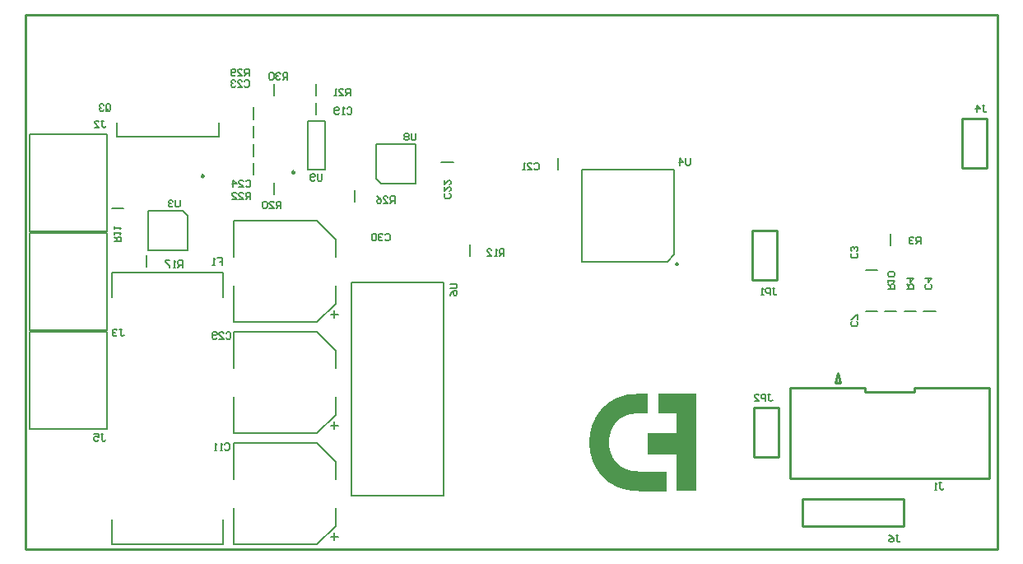
<source format=gbo>
G04*
G04 #@! TF.GenerationSoftware,Altium Limited,Altium Designer,22.2.1 (43)*
G04*
G04 Layer_Color=32896*
%FSLAX43Y43*%
%MOMM*%
G71*
G04*
G04 #@! TF.SameCoordinates,4727E17F-0EAD-4C76-84FB-9B022A49384D*
G04*
G04*
G04 #@! TF.FilePolarity,Positive*
G04*
G01*
G75*
%ADD10C,2.000*%
%ADD11C,0.250*%
%ADD12C,0.254*%
%ADD13C,0.150*%
%ADD14C,0.200*%
%ADD16R,2.000X10.000*%
%ADD17R,3.000X2.000*%
%ADD18R,4.445X2.270*%
%ADD19R,1.000X2.000*%
%ADD20R,3.000X2.000*%
D10*
X63000Y15000D02*
G03*
X63000Y7000I0J-4000D01*
G01*
D11*
X18345Y38370D02*
G03*
X18345Y38370I-125J0D01*
G01*
X27675Y38765D02*
G03*
X27675Y38765I-125J0D01*
G01*
D12*
X67100Y29330D02*
G03*
X67100Y29330I-100J0D01*
G01*
X96350Y39243D02*
X98890D01*
Y44323D01*
X96350D02*
X98890D01*
X96350Y39243D02*
Y44323D01*
X83312Y17145D02*
X83820D01*
X83566Y18161D02*
X83820Y17145D01*
X83312D02*
X83566Y18161D01*
X78650Y7315D02*
Y16615D01*
Y7315D02*
X99150D01*
Y16615D01*
X78650D02*
X86360D01*
X91440D02*
X99150D01*
X86360Y16145D02*
Y16615D01*
Y16145D02*
X91440D01*
Y16615D01*
X74760Y32766D02*
X77300D01*
X74760Y27686D02*
Y32766D01*
Y27686D02*
X77300D01*
Y32766D01*
X74930Y14605D02*
X77470D01*
X74930Y9525D02*
Y14605D01*
Y9525D02*
X77470D01*
Y14605D01*
X79883Y2413D02*
Y5207D01*
Y2413D02*
X90297D01*
X79883Y5207D02*
X90297D01*
Y2413D02*
Y5207D01*
X-0Y-0D02*
X100000D01*
X-0D02*
Y55000D01*
X100000D01*
Y-0D02*
Y55000D01*
D13*
X57250Y29580D02*
Y39080D01*
X66750D01*
X57250Y29580D02*
X66000D01*
X66750Y30330D01*
Y39080D01*
X29970Y515D02*
X31870Y2415D01*
X21420Y515D02*
X29970D01*
X31870Y2415D02*
Y4215D01*
X21420Y515D02*
Y4215D01*
X31770Y915D02*
Y1715D01*
X31370Y1315D02*
X32170D01*
X21420Y7215D02*
Y10915D01*
X31870Y7215D02*
Y9015D01*
X21420Y10915D02*
X29970D01*
X31870Y9015D01*
X8890Y25924D02*
Y28464D01*
X20320D01*
Y25924D02*
Y28464D01*
X8890Y524D02*
Y3064D01*
Y524D02*
X20320D01*
Y3064D01*
X29970Y22345D02*
X31870Y20445D01*
X21420Y22345D02*
X29970D01*
X31870Y18645D02*
Y20445D01*
X21420Y18645D02*
Y22345D01*
X31370Y12745D02*
X32170D01*
X31770Y12345D02*
Y13145D01*
X21420Y11945D02*
Y15645D01*
X31870Y13845D02*
Y15645D01*
X21420Y11945D02*
X29970D01*
X31870Y13845D01*
X16637Y30763D02*
Y34319D01*
X16129Y34827D02*
X16637Y34319D01*
X12573Y34827D02*
X16129D01*
X12573Y30763D02*
X16637D01*
X12573D02*
Y34827D01*
X29970Y33775D02*
X31870Y31875D01*
X21420Y33775D02*
X29970D01*
X31870Y30075D02*
Y31875D01*
X21420Y30075D02*
Y33775D01*
X31370Y24175D02*
X32170D01*
X31770Y23775D02*
Y24575D01*
X21420Y23375D02*
Y27075D01*
X31870Y25275D02*
Y27075D01*
X21420Y23375D02*
X29970D01*
X31870Y25275D01*
X40110Y37583D02*
Y41647D01*
X36046D02*
X40110D01*
X36554Y37583D02*
X40110D01*
X36046Y38091D02*
X36554Y37583D01*
X36046Y38091D02*
Y41647D01*
D14*
X33510Y5480D02*
Y27430D01*
X42960D01*
Y5480D02*
Y27430D01*
X33510Y5480D02*
X42960D01*
X45670Y30170D02*
Y31370D01*
X29836Y46635D02*
Y47835D01*
X25518Y46635D02*
Y47835D01*
X23474Y44245D02*
Y45445D01*
X12421Y29020D02*
Y30220D01*
X8900Y35081D02*
X10100D01*
X19855Y42470D02*
Y43870D01*
X9355Y42470D02*
X19855D01*
X9355D02*
Y43870D01*
X92400Y24500D02*
X93600D01*
X90400D02*
X91600D01*
X86400D02*
X87600D01*
X88400D02*
X89600D01*
X88984Y31266D02*
Y32466D01*
X86400Y28691D02*
X87600D01*
X42778Y39845D02*
X43978D01*
X54770Y39016D02*
Y40216D01*
X407Y12337D02*
Y22340D01*
Y12337D02*
X408Y12336D01*
X8407D01*
Y22344D01*
X8404Y22340D02*
X8407Y22344D01*
X407Y22340D02*
X8404D01*
X407Y22497D02*
Y32500D01*
Y22497D02*
X408Y22496D01*
X8407D01*
Y32504D01*
X8404Y32500D02*
X8407Y32504D01*
X407Y32500D02*
X8404D01*
X407Y32657D02*
Y42660D01*
Y32657D02*
X408Y32656D01*
X8407D01*
Y42664D01*
X8404Y42660D02*
X8407Y42664D01*
X407Y42660D02*
X8404D01*
X29836Y44730D02*
Y45930D01*
X25518Y36475D02*
Y37675D01*
X23474Y42340D02*
Y43540D01*
Y40435D02*
Y41635D01*
Y38519D02*
Y39718D01*
X29050Y39020D02*
Y44020D01*
X30850Y39020D02*
Y44020D01*
X29050Y39020D02*
X30850D01*
X29050Y44020D02*
X30850D01*
X33862Y35745D02*
Y36945D01*
X20610Y22225D02*
X20727Y22342D01*
X20960D01*
X21077Y22225D01*
Y21759D01*
X20960Y21642D01*
X20727D01*
X20610Y21759D01*
X19911Y21642D02*
X20377D01*
X19911Y22109D01*
Y22225D01*
X20027Y22342D01*
X20261D01*
X20377Y22225D01*
X19677Y21759D02*
X19561Y21642D01*
X19328D01*
X19211Y21759D01*
Y22225D01*
X19328Y22342D01*
X19561D01*
X19677Y22225D01*
Y22109D01*
X19561Y21992D01*
X19211D01*
X36998Y32333D02*
X37115Y32450D01*
X37348D01*
X37465Y32333D01*
Y31867D01*
X37348Y31750D01*
X37115D01*
X36998Y31867D01*
X36765Y32333D02*
X36649Y32450D01*
X36415D01*
X36299Y32333D01*
Y32217D01*
X36415Y32100D01*
X36532D01*
X36415D01*
X36299Y31983D01*
Y31867D01*
X36415Y31750D01*
X36649D01*
X36765Y31867D01*
X36065Y32333D02*
X35949Y32450D01*
X35716D01*
X35599Y32333D01*
Y31867D01*
X35716Y31750D01*
X35949D01*
X36065Y31867D01*
Y32333D01*
X98423Y45658D02*
X98657D01*
X98540D01*
Y45075D01*
X98657Y44958D01*
X98773D01*
X98890Y45075D01*
X97840Y44958D02*
Y45658D01*
X98190Y45308D01*
X97724D01*
X26919Y48312D02*
Y49012D01*
X26569D01*
X26452Y48895D01*
Y48662D01*
X26569Y48545D01*
X26919D01*
X26686D02*
X26452Y48312D01*
X26219Y48895D02*
X26103Y49012D01*
X25869D01*
X25753Y48895D01*
Y48779D01*
X25869Y48662D01*
X25986D01*
X25869D01*
X25753Y48545D01*
Y48429D01*
X25869Y48312D01*
X26103D01*
X26219Y48429D01*
X25519Y48895D02*
X25403Y49012D01*
X25170D01*
X25053Y48895D01*
Y48429D01*
X25170Y48312D01*
X25403D01*
X25519Y48429D01*
Y48895D01*
X22982Y48693D02*
Y49393D01*
X22632D01*
X22515Y49276D01*
Y49043D01*
X22632Y48926D01*
X22982D01*
X22749D02*
X22515Y48693D01*
X21816D02*
X22282D01*
X21816Y49160D01*
Y49276D01*
X21932Y49393D01*
X22166D01*
X22282Y49276D01*
X21582Y48810D02*
X21466Y48693D01*
X21233D01*
X21116Y48810D01*
Y49276D01*
X21233Y49393D01*
X21466D01*
X21582Y49276D01*
Y49160D01*
X21466Y49043D01*
X21116D01*
X33396Y46661D02*
Y47361D01*
X33046D01*
X32929Y47244D01*
Y47011D01*
X33046Y46894D01*
X33396D01*
X33163D02*
X32929Y46661D01*
X32230D02*
X32696D01*
X32230Y47128D01*
Y47244D01*
X32346Y47361D01*
X32580D01*
X32696Y47244D01*
X31996Y46661D02*
X31763D01*
X31880D01*
Y47361D01*
X31996Y47244D01*
X85503Y23443D02*
X85620Y23326D01*
Y23093D01*
X85503Y22976D01*
X85037D01*
X84920Y23093D01*
Y23326D01*
X85037Y23443D01*
X85620Y23676D02*
Y24142D01*
X85503D01*
X85037Y23676D01*
X84920D01*
X93123Y27253D02*
X93240Y27136D01*
Y26903D01*
X93123Y26786D01*
X92657D01*
X92540Y26903D01*
Y27136D01*
X92657Y27253D01*
X92540Y27836D02*
X93240D01*
X92890Y27486D01*
Y27952D01*
X85503Y30428D02*
X85620Y30311D01*
Y30078D01*
X85503Y29961D01*
X85037D01*
X84920Y30078D01*
Y30311D01*
X85037Y30428D01*
X85503Y30661D02*
X85620Y30777D01*
Y31011D01*
X85503Y31127D01*
X85387D01*
X85270Y31011D01*
Y30894D01*
Y31011D01*
X85153Y31127D01*
X85037D01*
X84920Y31011D01*
Y30777D01*
X85037Y30661D01*
X52315Y39608D02*
X52432Y39725D01*
X52665D01*
X52782Y39608D01*
Y39142D01*
X52665Y39025D01*
X52432D01*
X52315Y39142D01*
X51616Y39025D02*
X52082D01*
X51616Y39492D01*
Y39608D01*
X51732Y39725D01*
X51966D01*
X52082Y39608D01*
X51382Y39025D02*
X51149D01*
X51266D01*
Y39725D01*
X51382Y39608D01*
X30475Y38598D02*
Y38015D01*
X30358Y37898D01*
X30125D01*
X30008Y38015D01*
Y38598D01*
X29775Y38015D02*
X29659Y37898D01*
X29425D01*
X29309Y38015D01*
Y38481D01*
X29425Y38598D01*
X29659D01*
X29775Y38481D01*
Y38365D01*
X29659Y38248D01*
X29309D01*
X40127Y42789D02*
Y42206D01*
X40010Y42089D01*
X39777D01*
X39660Y42206D01*
Y42789D01*
X39427Y42672D02*
X39311Y42789D01*
X39077D01*
X38961Y42672D01*
Y42556D01*
X39077Y42439D01*
X38961Y42322D01*
Y42206D01*
X39077Y42089D01*
X39311D01*
X39427Y42206D01*
Y42322D01*
X39311Y42439D01*
X39427Y42556D01*
Y42672D01*
X39311Y42439D02*
X39077D01*
X43656Y27291D02*
X44239D01*
X44356Y27174D01*
Y26941D01*
X44239Y26824D01*
X43656D01*
Y26125D02*
X43773Y26358D01*
X44006Y26591D01*
X44239D01*
X44356Y26475D01*
Y26241D01*
X44239Y26125D01*
X44123D01*
X44006Y26241D01*
Y26591D01*
X68375Y40200D02*
Y39617D01*
X68258Y39500D01*
X68025D01*
X67908Y39617D01*
Y40200D01*
X67325Y39500D02*
Y40200D01*
X67675Y39850D01*
X67209D01*
X15875Y35895D02*
Y35312D01*
X15758Y35195D01*
X15525D01*
X15408Y35312D01*
Y35895D01*
X15175Y35778D02*
X15059Y35895D01*
X14825D01*
X14709Y35778D01*
Y35662D01*
X14825Y35545D01*
X14942D01*
X14825D01*
X14709Y35428D01*
Y35312D01*
X14825Y35195D01*
X15059D01*
X15175Y35312D01*
X23109Y35993D02*
Y36693D01*
X22759D01*
X22642Y36576D01*
Y36343D01*
X22759Y36226D01*
X23109D01*
X22876D02*
X22642Y35993D01*
X21943D02*
X22409D01*
X21943Y36460D01*
Y36576D01*
X22059Y36693D01*
X22293D01*
X22409Y36576D01*
X21243Y35993D02*
X21709D01*
X21243Y36460D01*
Y36576D01*
X21360Y36693D01*
X21593D01*
X21709Y36576D01*
X37968Y35612D02*
Y36312D01*
X37618D01*
X37501Y36195D01*
Y35962D01*
X37618Y35845D01*
X37968D01*
X37735D02*
X37501Y35612D01*
X36802D02*
X37268D01*
X36802Y36079D01*
Y36195D01*
X36918Y36312D01*
X37152D01*
X37268Y36195D01*
X36102Y36312D02*
X36335Y36195D01*
X36568Y35962D01*
Y35729D01*
X36452Y35612D01*
X36219D01*
X36102Y35729D01*
Y35845D01*
X36219Y35962D01*
X36568D01*
X26250Y35080D02*
Y35780D01*
X25900D01*
X25783Y35663D01*
Y35430D01*
X25900Y35313D01*
X26250D01*
X26017D02*
X25783Y35080D01*
X25084D02*
X25550D01*
X25084Y35547D01*
Y35663D01*
X25200Y35780D01*
X25434D01*
X25550Y35663D01*
X24850D02*
X24734Y35780D01*
X24501D01*
X24384Y35663D01*
Y35197D01*
X24501Y35080D01*
X24734D01*
X24850Y35197D01*
Y35663D01*
X16124Y29008D02*
Y29708D01*
X15774D01*
X15657Y29591D01*
Y29358D01*
X15774Y29241D01*
X16124D01*
X15891D02*
X15657Y29008D01*
X15424D02*
X15191D01*
X15308D01*
Y29708D01*
X15424Y29591D01*
X14841Y29708D02*
X14375D01*
Y29591D01*
X14841Y29125D01*
Y29008D01*
X49221Y30187D02*
Y30887D01*
X48871D01*
X48754Y30770D01*
Y30537D01*
X48871Y30420D01*
X49221D01*
X48988D02*
X48754Y30187D01*
X48521D02*
X48288D01*
X48405D01*
Y30887D01*
X48521Y30770D01*
X47472Y30187D02*
X47938D01*
X47472Y30654D01*
Y30770D01*
X47588Y30887D01*
X47821D01*
X47938Y30770D01*
X9139Y31675D02*
X9839D01*
Y32025D01*
X9722Y32142D01*
X9489D01*
X9372Y32025D01*
Y31675D01*
Y31908D02*
X9139Y32142D01*
Y32375D02*
Y32608D01*
Y32491D01*
X9839D01*
X9722Y32375D01*
X9139Y32958D02*
Y33191D01*
Y33075D01*
X9839D01*
X9722Y32958D01*
X88730Y26786D02*
X89430D01*
Y27136D01*
X89313Y27253D01*
X89080D01*
X88963Y27136D01*
Y26786D01*
Y27019D02*
X88730Y27253D01*
Y27486D02*
Y27719D01*
Y27602D01*
X89430D01*
X89313Y27486D01*
Y28069D02*
X89430Y28186D01*
Y28419D01*
X89313Y28535D01*
X88847D01*
X88730Y28419D01*
Y28186D01*
X88847Y28069D01*
X89313D01*
X90635Y26786D02*
X91335D01*
Y27136D01*
X91218Y27253D01*
X90985D01*
X90868Y27136D01*
Y26786D01*
Y27019D02*
X90635Y27253D01*
Y27836D02*
X91335D01*
X90985Y27486D01*
Y27952D01*
X92070Y31421D02*
Y32121D01*
X91720D01*
X91603Y32004D01*
Y31771D01*
X91720Y31654D01*
X92070D01*
X91837D02*
X91603Y31421D01*
X91370Y32004D02*
X91254Y32121D01*
X91020D01*
X90904Y32004D01*
Y31888D01*
X91020Y31771D01*
X91137D01*
X91020D01*
X90904Y31654D01*
Y31538D01*
X91020Y31421D01*
X91254D01*
X91370Y31538D01*
X8283Y45197D02*
Y45663D01*
X8400Y45780D01*
X8633D01*
X8750Y45663D01*
Y45197D01*
X8633Y45080D01*
X8400D01*
X8517Y45313D02*
X8283Y45080D01*
X8400D02*
X8283Y45197D01*
X8050Y45663D02*
X7934Y45780D01*
X7700D01*
X7584Y45663D01*
Y45547D01*
X7700Y45430D01*
X7817D01*
X7700D01*
X7584Y45313D01*
Y45197D01*
X7700Y45080D01*
X7934D01*
X8050Y45197D01*
X76833Y26851D02*
X77067D01*
X76950D01*
Y26268D01*
X77067Y26151D01*
X77183D01*
X77300Y26268D01*
X76600Y26151D02*
Y26851D01*
X76250D01*
X76134Y26734D01*
Y26501D01*
X76250Y26384D01*
X76600D01*
X75900Y26151D02*
X75667D01*
X75784D01*
Y26851D01*
X75900Y26734D01*
X76368Y15940D02*
X76602D01*
X76485D01*
Y15357D01*
X76602Y15240D01*
X76718D01*
X76835Y15357D01*
X76135Y15240D02*
Y15940D01*
X75785D01*
X75669Y15823D01*
Y15590D01*
X75785Y15473D01*
X76135D01*
X74969Y15240D02*
X75435D01*
X74969Y15707D01*
Y15823D01*
X75086Y15940D01*
X75319D01*
X75435Y15823D01*
X89533Y1451D02*
X89767D01*
X89650D01*
Y868D01*
X89767Y751D01*
X89883D01*
X90000Y868D01*
X88834Y1451D02*
X89067Y1334D01*
X89300Y1101D01*
Y868D01*
X89184Y751D01*
X88950D01*
X88834Y868D01*
Y984D01*
X88950Y1101D01*
X89300D01*
X7748Y11840D02*
X7982D01*
X7865D01*
Y11257D01*
X7982Y11140D01*
X8098D01*
X8215Y11257D01*
X7049Y11840D02*
X7515D01*
Y11490D01*
X7282Y11607D01*
X7165D01*
X7049Y11490D01*
Y11257D01*
X7165Y11140D01*
X7399D01*
X7515Y11257D01*
X9653Y22635D02*
X9887D01*
X9770D01*
Y22052D01*
X9887Y21935D01*
X10003D01*
X10120Y22052D01*
X9420Y22518D02*
X9304Y22635D01*
X9070D01*
X8954Y22518D01*
Y22402D01*
X9070Y22285D01*
X9187D01*
X9070D01*
X8954Y22168D01*
Y22052D01*
X9070Y21935D01*
X9304D01*
X9420Y22052D01*
X7788Y44075D02*
X8022D01*
X7905D01*
Y43492D01*
X8022Y43375D01*
X8138D01*
X8255Y43492D01*
X7089Y43375D02*
X7555D01*
X7089Y43842D01*
Y43958D01*
X7205Y44075D01*
X7439D01*
X7555Y43958D01*
X93972Y6838D02*
X94206D01*
X94089D01*
Y6255D01*
X94206Y6139D01*
X94322D01*
X94439Y6255D01*
X93739Y6139D02*
X93506D01*
X93622D01*
Y6838D01*
X93739Y6722D01*
X19718Y29952D02*
X20184D01*
Y29602D01*
X19951D01*
X20184D01*
Y29253D01*
X19484D02*
X19251D01*
X19368D01*
Y29952D01*
X19484Y29836D01*
X22515Y48133D02*
X22632Y48250D01*
X22865D01*
X22982Y48133D01*
Y47667D01*
X22865Y47550D01*
X22632D01*
X22515Y47667D01*
X21816Y47550D02*
X22282D01*
X21816Y48017D01*
Y48133D01*
X21932Y48250D01*
X22166D01*
X22282Y48133D01*
X21582D02*
X21466Y48250D01*
X21233D01*
X21116Y48133D01*
Y48017D01*
X21233Y47900D01*
X21349D01*
X21233D01*
X21116Y47783D01*
Y47667D01*
X21233Y47550D01*
X21466D01*
X21582Y47667D01*
X22642Y37846D02*
X22759Y37963D01*
X22992D01*
X23109Y37846D01*
Y37380D01*
X22992Y37263D01*
X22759D01*
X22642Y37380D01*
X21943Y37263D02*
X22409D01*
X21943Y37730D01*
Y37846D01*
X22059Y37963D01*
X22293D01*
X22409Y37846D01*
X21360Y37263D02*
Y37963D01*
X21709Y37613D01*
X21243D01*
X43631Y36587D02*
X43748Y36470D01*
Y36237D01*
X43631Y36120D01*
X43165D01*
X43048Y36237D01*
Y36470D01*
X43165Y36587D01*
X43048Y37286D02*
Y36820D01*
X43515Y37286D01*
X43631D01*
X43748Y37170D01*
Y36936D01*
X43631Y36820D01*
X43048Y37986D02*
Y37520D01*
X43515Y37986D01*
X43631D01*
X43748Y37869D01*
Y37636D01*
X43631Y37520D01*
X33056Y45339D02*
X33173Y45456D01*
X33406D01*
X33523Y45339D01*
Y44873D01*
X33406Y44756D01*
X33173D01*
X33056Y44873D01*
X32823Y44756D02*
X32590D01*
X32707D01*
Y45456D01*
X32823Y45339D01*
X32240Y44873D02*
X32123Y44756D01*
X31890D01*
X31774Y44873D01*
Y45339D01*
X31890Y45456D01*
X32123D01*
X32240Y45339D01*
Y45223D01*
X32123Y45106D01*
X31774D01*
X20483Y10795D02*
X20600Y10912D01*
X20833D01*
X20950Y10795D01*
Y10329D01*
X20833Y10212D01*
X20600D01*
X20483Y10329D01*
X20250Y10212D02*
X20017D01*
X20134D01*
Y10912D01*
X20250Y10795D01*
X19667Y10212D02*
X19434D01*
X19550D01*
Y10912D01*
X19667Y10795D01*
D16*
X68000Y11000D02*
D03*
D17*
X66500Y15000D02*
D03*
D18*
X66223Y10865D02*
D03*
D19*
X63500Y15000D02*
D03*
D20*
X64500Y7000D02*
D03*
M02*

</source>
